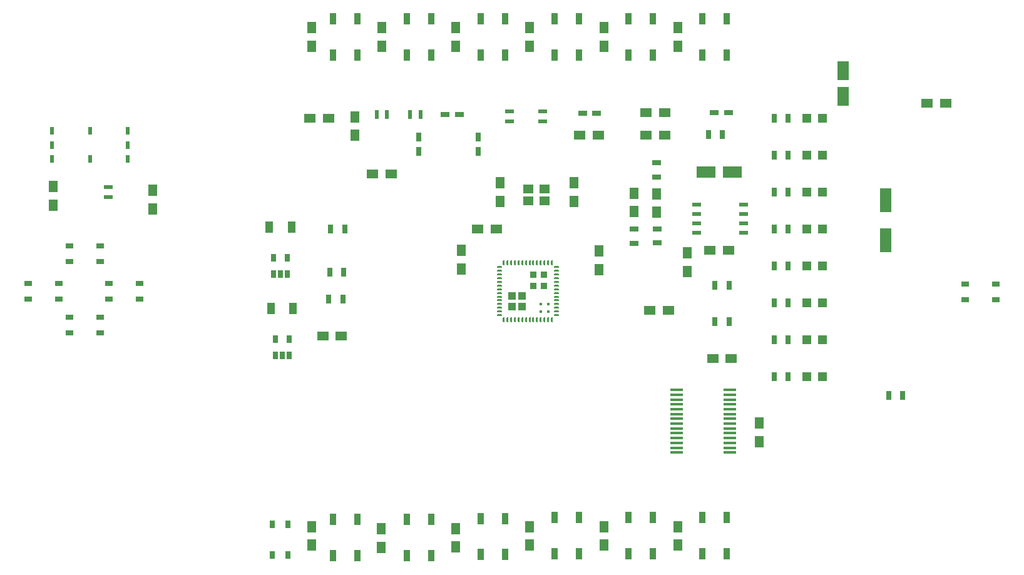
<source format=gtp>
G04 #@! TF.GenerationSoftware,KiCad,Pcbnew,(2016-12-18 revision 3ffa37c)-master*
G04 #@! TF.CreationDate,2017-04-20T19:48:47-07:00*
G04 #@! TF.ProjectId,badge-kicad,62616467652D6B696361642E6B696361,rev?*
G04 #@! TF.FileFunction,Paste,Top*
G04 #@! TF.FilePolarity,Positive*
%FSLAX46Y46*%
G04 Gerber Fmt 4.6, Leading zero omitted, Abs format (unit mm)*
G04 Created by KiCad (PCBNEW (2016-12-18 revision 3ffa37c)-master) date Thursday, April 20, 2017 'PMt' 07:48:47 PM*
%MOMM*%
%LPD*%
G01*
G04 APERTURE LIST*
%ADD10C,0.150000*%
%ADD11R,0.355600X0.418100*%
%ADD12O,0.254000X0.711200*%
%ADD13O,0.711200X0.254000*%
%ADD14R,1.023800X1.023800*%
%ADD15R,0.925100X0.925100*%
%ADD16R,0.700000X1.300000*%
%ADD17R,1.250000X1.500000*%
%ADD18R,1.500000X1.250000*%
%ADD19R,1.200000X0.750000*%
%ADD20R,0.750000X1.200000*%
%ADD21R,2.499360X1.597660*%
%ADD22R,1.597660X2.499360*%
%ADD23R,1.597660X3.197860*%
%ADD24R,1.300000X0.700000*%
%ADD25R,1.143000X0.508000*%
%ADD26R,1.400000X1.200000*%
%ADD27R,0.500000X1.000000*%
%ADD28R,1.750000X0.450000*%
%ADD29R,0.650000X1.060000*%
%ADD30R,1.000000X1.600000*%
%ADD31R,1.198880X1.198880*%
%ADD32R,1.198880X0.599440*%
%ADD33R,0.599440X1.198880*%
%ADD34R,0.647700X1.049020*%
%ADD35R,1.049020X0.647700*%
%ADD36R,0.899160X1.498600*%
G04 APERTURE END LIST*
D10*
D11*
X150539300Y-91932050D03*
X150539300Y-90932050D03*
X151539300Y-90932050D03*
X151539300Y-91932050D03*
D12*
X145539300Y-85304150D03*
X146039200Y-85304150D03*
X146539100Y-85304150D03*
X147039000Y-85304150D03*
X147538900Y-85304150D03*
X148038800Y-85304150D03*
X148538700Y-85304150D03*
X149038600Y-85304150D03*
X149538500Y-85304150D03*
X150038400Y-85304150D03*
X150538300Y-85304150D03*
X151038200Y-85304150D03*
X151538100Y-85304150D03*
X152038000Y-85304150D03*
X145539300Y-93059750D03*
X146039300Y-93059750D03*
X146539300Y-93059750D03*
X147039300Y-93059750D03*
X147539300Y-93059750D03*
X148039300Y-93059750D03*
X148539300Y-93059750D03*
X149039300Y-93059750D03*
X149539300Y-93059750D03*
X150039300Y-93059750D03*
X150539300Y-93059750D03*
X151039300Y-93059750D03*
X151539300Y-93059750D03*
X152039300Y-93059750D03*
D13*
X144900000Y-85932050D03*
X144900000Y-86432050D03*
X144900000Y-86932050D03*
X144900000Y-87432050D03*
X144900000Y-87932050D03*
X144900000Y-88432050D03*
X144900000Y-88932050D03*
X144900000Y-89432050D03*
X144900000Y-89932050D03*
X144900000Y-90432050D03*
X144900000Y-90932050D03*
X144900000Y-91432050D03*
X144900000Y-91932050D03*
X144900000Y-92432050D03*
X152655600Y-85932050D03*
X152655600Y-86432050D03*
X152655600Y-86932050D03*
X152655600Y-87432050D03*
X152655600Y-87932050D03*
X152655600Y-88432050D03*
X152655600Y-88932050D03*
X152655600Y-89432050D03*
X152655600Y-89932050D03*
X152655600Y-90432050D03*
X152655600Y-90932050D03*
X152655600Y-91432050D03*
X152655600Y-91932050D03*
X152655600Y-92432050D03*
D14*
X147981400Y-89826800D03*
X147981400Y-91211100D03*
X146597100Y-91211090D03*
X146597100Y-89826800D03*
D15*
X149538500Y-88419950D03*
X150926300Y-88419950D03*
X150926300Y-86895950D03*
X149538500Y-86895950D03*
D16*
X174080000Y-88362000D03*
X175980000Y-88362000D03*
D17*
X163170000Y-75902000D03*
X163170000Y-78402000D03*
X139770000Y-83622000D03*
X139770000Y-86122000D03*
X158355000Y-83737000D03*
X158355000Y-86237000D03*
D18*
X141990000Y-80762000D03*
X144490000Y-80762000D03*
D19*
X175880000Y-64962000D03*
X173980000Y-64962000D03*
D20*
X134030000Y-68312000D03*
X134030000Y-70212000D03*
D19*
X139480000Y-65262000D03*
X137580000Y-65262000D03*
D20*
X142030000Y-68312000D03*
X142030000Y-70212000D03*
D19*
X158080000Y-65062000D03*
X156180000Y-65062000D03*
D18*
X173400000Y-83592000D03*
X175900000Y-83592000D03*
D17*
X170320000Y-86462000D03*
X170320000Y-83962000D03*
X166220000Y-78492000D03*
X166220000Y-75992000D03*
D21*
X172902480Y-73072000D03*
X176397520Y-73072000D03*
D22*
X191430000Y-62809520D03*
X191430000Y-59314480D03*
D23*
X197130000Y-76864520D03*
X197130000Y-82259480D03*
D24*
X163170000Y-80762000D03*
X163170000Y-82662000D03*
X166170000Y-73692000D03*
X166170000Y-71792000D03*
D16*
X175080000Y-67962000D03*
X173180000Y-67962000D03*
D24*
X166270000Y-82642000D03*
X166270000Y-80742000D03*
D25*
X171625000Y-77417000D03*
X171625000Y-78687000D03*
X171625000Y-79957000D03*
X171625000Y-81227000D03*
X177975000Y-81227000D03*
X177975000Y-79957000D03*
X177975000Y-78687000D03*
X177975000Y-77417000D03*
D26*
X148830000Y-75362000D03*
X151030000Y-75362000D03*
X151030000Y-76962000D03*
X148830000Y-76962000D03*
D27*
X84430000Y-71262000D03*
X84430000Y-67462000D03*
X94630000Y-67462000D03*
X94630000Y-71262000D03*
X94630000Y-69362000D03*
X84430000Y-69362000D03*
X89530000Y-67462000D03*
X89530000Y-71262000D03*
D28*
X176130000Y-102537000D03*
X176130000Y-103187000D03*
X176130000Y-103837000D03*
X176130000Y-104487000D03*
X176130000Y-105137000D03*
X176130000Y-105787000D03*
X176130000Y-106437000D03*
X176130000Y-107087000D03*
X176130000Y-107737000D03*
X176130000Y-108387000D03*
X176130000Y-109037000D03*
X176130000Y-109687000D03*
X176130000Y-110337000D03*
X176130000Y-110987000D03*
X168930000Y-110987000D03*
X168930000Y-110337000D03*
X168930000Y-109687000D03*
X168930000Y-109037000D03*
X168930000Y-108387000D03*
X168930000Y-107737000D03*
X168930000Y-107087000D03*
X168930000Y-106437000D03*
X168930000Y-105787000D03*
X168930000Y-105137000D03*
X168930000Y-104487000D03*
X168930000Y-103837000D03*
X168930000Y-103187000D03*
X168930000Y-102537000D03*
D29*
X114580000Y-97862000D03*
X115530000Y-97862000D03*
X116480000Y-97862000D03*
X116480000Y-95662000D03*
X114580000Y-95662000D03*
X114330000Y-84662000D03*
X116230000Y-84662000D03*
X116230000Y-86862000D03*
X115280000Y-86862000D03*
X114330000Y-86862000D03*
D17*
X119530000Y-53512000D03*
X119530000Y-56012000D03*
X129030000Y-56012000D03*
X129030000Y-53512000D03*
X139030000Y-56012000D03*
X139030000Y-53512000D03*
X149030000Y-53512000D03*
X149030000Y-56012000D03*
X159030000Y-56012000D03*
X159030000Y-53512000D03*
X169030000Y-53512000D03*
X169030000Y-56012000D03*
X169030000Y-123512000D03*
X169030000Y-121012000D03*
X159030000Y-121012000D03*
X159030000Y-123512000D03*
X149030000Y-123512000D03*
X149030000Y-121012000D03*
X139030000Y-121262000D03*
X139030000Y-123762000D03*
X128930000Y-123812000D03*
X128930000Y-121312000D03*
X119530000Y-121012000D03*
X119530000Y-123512000D03*
D18*
X123530000Y-95262000D03*
X121030000Y-95262000D03*
D30*
X113780000Y-80512000D03*
X116780000Y-80512000D03*
X114030000Y-91512000D03*
X117030000Y-91512000D03*
D18*
X158280000Y-68012000D03*
X155780000Y-68012000D03*
D17*
X145030000Y-74512000D03*
X145030000Y-77012000D03*
D18*
X167280000Y-68012000D03*
X164780000Y-68012000D03*
X164780000Y-65012000D03*
X167280000Y-65012000D03*
X130280000Y-73262000D03*
X127780000Y-73262000D03*
D17*
X125370000Y-68072000D03*
X125370000Y-65572000D03*
D18*
X119280000Y-65762000D03*
X121780000Y-65762000D03*
D17*
X98030000Y-78012000D03*
X98030000Y-75512000D03*
X84530000Y-75012000D03*
X84530000Y-77512000D03*
D18*
X202780000Y-63762000D03*
X205280000Y-63762000D03*
X176280000Y-98262000D03*
X173780000Y-98262000D03*
X167780000Y-91762000D03*
X165280000Y-91762000D03*
D17*
X180030000Y-109512000D03*
X180030000Y-107012000D03*
X155030000Y-77012000D03*
X155030000Y-74512000D03*
D31*
X188579020Y-65762000D03*
X186480980Y-65762000D03*
X188579020Y-70762000D03*
X186480980Y-70762000D03*
X188579020Y-75762000D03*
X186480980Y-75762000D03*
X186480980Y-80762000D03*
X188579020Y-80762000D03*
X186480980Y-85762000D03*
X188579020Y-85762000D03*
X188579020Y-90762000D03*
X186480980Y-90762000D03*
X186480980Y-95762000D03*
X188579020Y-95762000D03*
X186480980Y-100762000D03*
X188579020Y-100762000D03*
D32*
X146280000Y-64810960D03*
X146280000Y-66213040D03*
X150780000Y-66213040D03*
X150780000Y-64810960D03*
D33*
X132828960Y-65262000D03*
X134231040Y-65262000D03*
X129731040Y-65262000D03*
X128328960Y-65262000D03*
D32*
X92030000Y-76463040D03*
X92030000Y-75060960D03*
D16*
X122080000Y-80762000D03*
X123980000Y-80762000D03*
X175980000Y-93262000D03*
X174080000Y-93262000D03*
X121830000Y-90262000D03*
X123730000Y-90262000D03*
X121980000Y-86562000D03*
X123880000Y-86562000D03*
X197580000Y-103262000D03*
X199480000Y-103262000D03*
X183980000Y-70762000D03*
X182080000Y-70762000D03*
X183980000Y-100762000D03*
X182080000Y-100762000D03*
X183980000Y-95762000D03*
X182080000Y-95762000D03*
X183980000Y-65762000D03*
X182080000Y-65762000D03*
X183980000Y-75762000D03*
X182080000Y-75762000D03*
X183980000Y-80762000D03*
X182080000Y-80762000D03*
X183980000Y-90762000D03*
X182080000Y-90762000D03*
X182080000Y-85762000D03*
X183980000Y-85762000D03*
D34*
X116354420Y-120689360D03*
X116354420Y-124834640D03*
X114205580Y-120689360D03*
X114205580Y-124834640D03*
D35*
X86779360Y-82999580D03*
X90924640Y-82999580D03*
X86779360Y-85148420D03*
X90924640Y-85148420D03*
X90924640Y-94800420D03*
X86779360Y-94800420D03*
X90924640Y-92651580D03*
X86779360Y-92651580D03*
X81191360Y-88079580D03*
X85336640Y-88079580D03*
X81191360Y-90228420D03*
X85336640Y-90228420D03*
X96258640Y-90228420D03*
X92113360Y-90228420D03*
X96258640Y-88079580D03*
X92113360Y-88079580D03*
X207957360Y-88187580D03*
X212102640Y-88187580D03*
X207957360Y-90336420D03*
X212102640Y-90336420D03*
D36*
X122381540Y-52313440D03*
X125678460Y-52313440D03*
X125678460Y-57210560D03*
X122381540Y-57210560D03*
X132381540Y-57210560D03*
X135678460Y-57210560D03*
X135678460Y-52313440D03*
X132381540Y-52313440D03*
X142381540Y-52313440D03*
X145678460Y-52313440D03*
X145678460Y-57210560D03*
X142381540Y-57210560D03*
X152381540Y-57210560D03*
X155678460Y-57210560D03*
X155678460Y-52313440D03*
X152381540Y-52313440D03*
X162381540Y-52313440D03*
X165678460Y-52313440D03*
X165678460Y-57210560D03*
X162381540Y-57210560D03*
X172381540Y-57210560D03*
X175678460Y-57210560D03*
X175678460Y-52313440D03*
X172381540Y-52313440D03*
X172381540Y-119813440D03*
X175678460Y-119813440D03*
X175678460Y-124710560D03*
X172381540Y-124710560D03*
X162381540Y-124710560D03*
X165678460Y-124710560D03*
X165678460Y-119813440D03*
X162381540Y-119813440D03*
X152381540Y-124710560D03*
X155678460Y-124710560D03*
X155678460Y-119813440D03*
X152381540Y-119813440D03*
X142381540Y-119913440D03*
X145678460Y-119913440D03*
X145678460Y-124810560D03*
X142381540Y-124810560D03*
X132381540Y-120063440D03*
X135678460Y-120063440D03*
X135678460Y-124960560D03*
X132381540Y-124960560D03*
X122381540Y-124960560D03*
X125678460Y-124960560D03*
X125678460Y-120063440D03*
X122381540Y-120063440D03*
M02*

</source>
